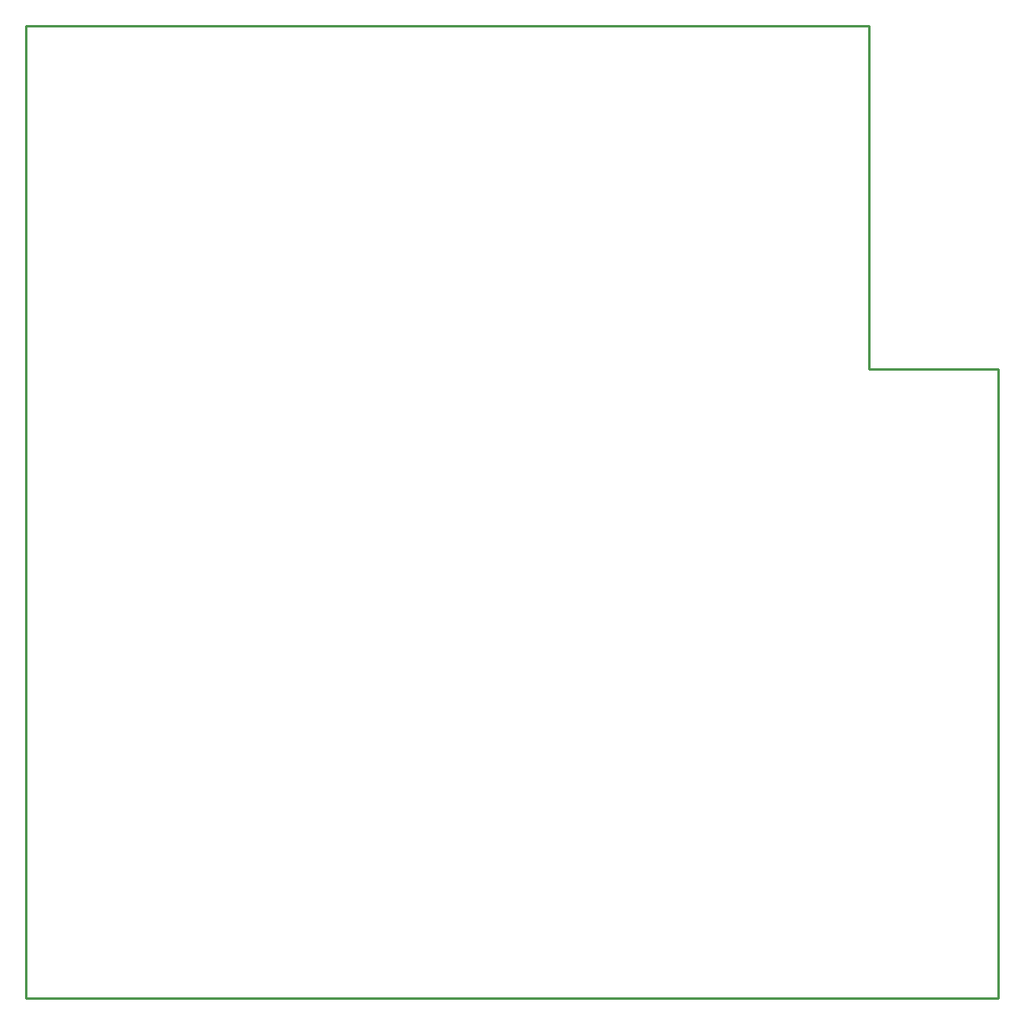
<source format=gko>
G04 Layer_Color=16711935*
%FSLAX25Y25*%
%MOIN*%
G70*
G01*
G75*
%ADD26C,0.01000*%
D26*
X348000Y259842D02*
X401575D01*
X348000D02*
Y401500D01*
X401575Y0D02*
Y259842D01*
X0Y401575D02*
X348000D01*
X0Y0D02*
Y401575D01*
Y0D02*
X401575D01*
M02*

</source>
